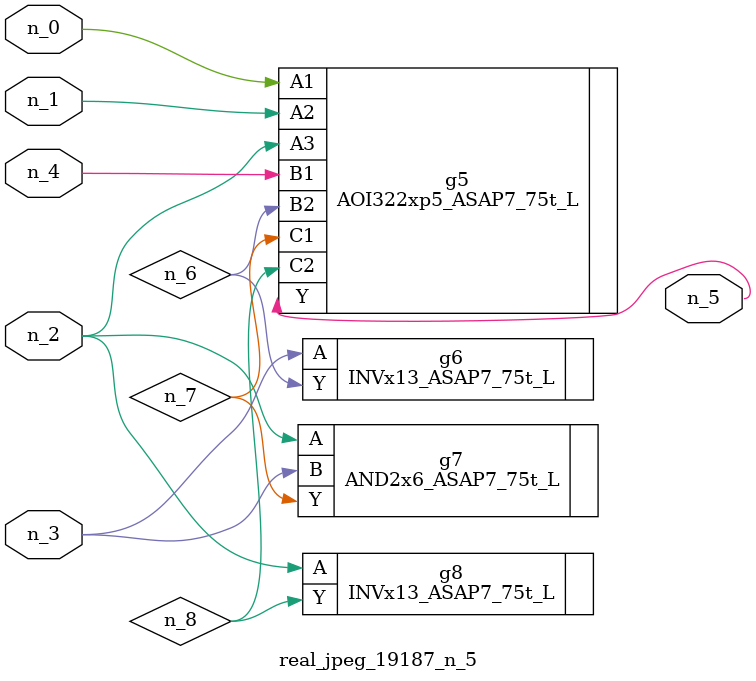
<source format=v>
module real_jpeg_19187_n_5 (n_4, n_0, n_1, n_2, n_3, n_5);

input n_4;
input n_0;
input n_1;
input n_2;
input n_3;

output n_5;

wire n_8;
wire n_6;
wire n_7;

AOI322xp5_ASAP7_75t_L g5 ( 
.A1(n_0),
.A2(n_1),
.A3(n_2),
.B1(n_4),
.B2(n_6),
.C1(n_7),
.C2(n_8),
.Y(n_5)
);

AND2x6_ASAP7_75t_L g7 ( 
.A(n_2),
.B(n_3),
.Y(n_7)
);

INVx13_ASAP7_75t_L g8 ( 
.A(n_2),
.Y(n_8)
);

INVx13_ASAP7_75t_L g6 ( 
.A(n_3),
.Y(n_6)
);


endmodule
</source>
